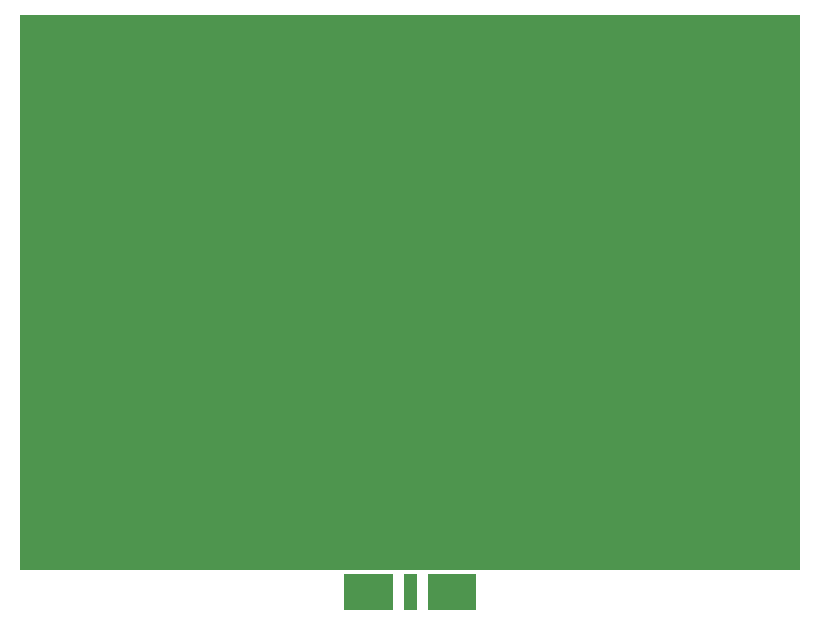
<source format=gbr>
G04 #@! TF.GenerationSoftware,KiCad,Pcbnew,5.1.4+dfsg1-1*
G04 #@! TF.CreationDate,2019-11-21T16:22:44-08:00*
G04 #@! TF.ProjectId,deutsche-bahn-sao,64657574-7363-4686-952d-6261686e2d73,rev?*
G04 #@! TF.SameCoordinates,PX70a3730PY3bf3e68*
G04 #@! TF.FileFunction,Soldermask,Bot*
G04 #@! TF.FilePolarity,Negative*
%FSLAX46Y46*%
G04 Gerber Fmt 4.6, Leading zero omitted, Abs format (unit mm)*
G04 Created by KiCad (PCBNEW 5.1.4+dfsg1-1) date 2019-11-21 16:22:44*
%MOMM*%
%LPD*%
G04 APERTURE LIST*
%ADD10C,0.100000*%
G04 APERTURE END LIST*
D10*
G36*
X33571000Y-50426000D02*
G01*
X32469000Y-50426000D01*
X32469000Y-47324000D01*
X33571000Y-47324000D01*
X33571000Y-50426000D01*
X33571000Y-50426000D01*
G37*
G36*
X31531000Y-50426000D02*
G01*
X27429000Y-50426000D01*
X27429000Y-47324000D01*
X31531000Y-47324000D01*
X31531000Y-50426000D01*
X31531000Y-50426000D01*
G37*
G36*
X38611000Y-50426000D02*
G01*
X34509000Y-50426000D01*
X34509000Y-47324000D01*
X38611000Y-47324000D01*
X38611000Y-50426000D01*
X38611000Y-50426000D01*
G37*
G36*
X66040000Y-46990000D02*
G01*
X0Y-46990000D01*
X0Y0D01*
X66040000Y0D01*
X66040000Y-46990000D01*
X66040000Y-46990000D01*
G37*
M02*

</source>
